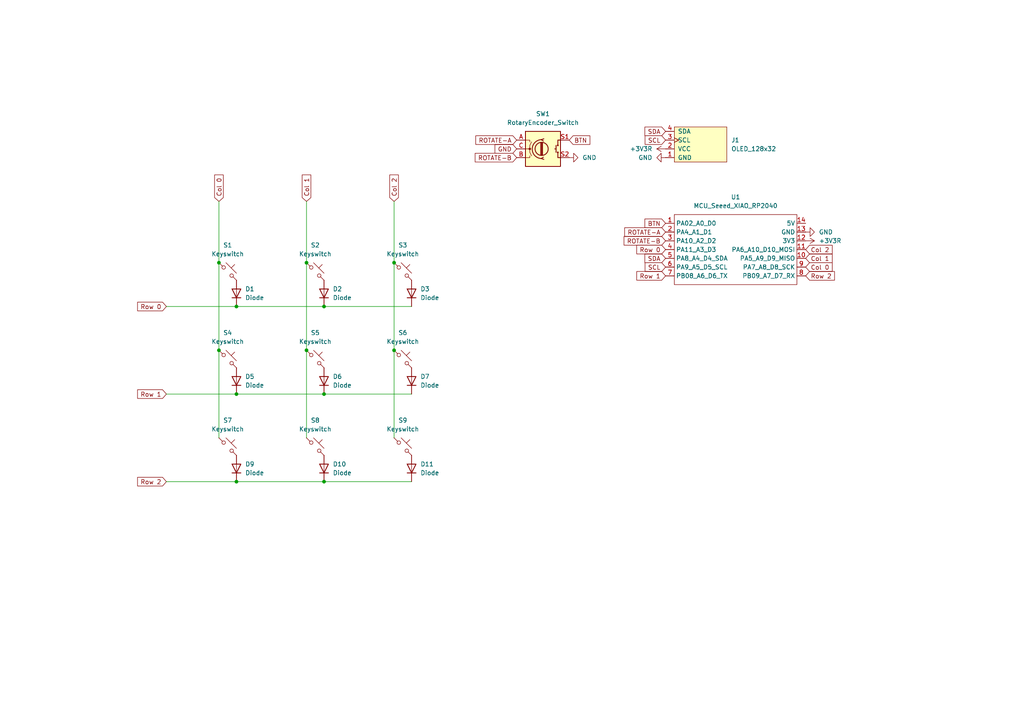
<source format=kicad_sch>
(kicad_sch (version 20231120) (generator "eeschema") (generator_version "8.0")
  (paper "A4")
  (lib_symbols
    (symbol "Device:RotaryEncoder_Switch" (pin_names (offset 0.254) hide)
      (property "Reference" "SW" (at 0 6.604 0))
      (property "Value" "RotaryEncoder_Switch" (at 0 -6.604 0))
      (symbol "RotaryEncoder_Switch_0_1"
        (rectangle (start -5.08 5.08) (end 5.08 -5.08) (stroke (width 0.254)) (fill (type background)))
        (circle (center -3.81 0) (radius 0.254) (fill (type outline)))
        (circle (center -0.381 0) (radius 1.905) (stroke (width 0.254)))
        (arc (start -0.381 2.667) (mid -3.0988 -0.0635) (end -0.381 -2.794) (stroke (width 0.254)))
        (polyline (pts (xy -0.635 -1.778) (xy -0.635 1.778)) (stroke (width 0.254)))
        (polyline (pts (xy -0.381 -1.778) (xy -0.381 1.778)) (stroke (width 0.254)))
        (polyline (pts (xy -0.127 1.778) (xy -0.127 -1.778)) (stroke (width 0.254)))
        (polyline (pts (xy 3.81 0) (xy 3.429 0)) (stroke (width 0.254)))
        (polyline (pts (xy 3.81 1.016) (xy 3.81 -1.016)) (stroke (width 0.254)))
        (polyline (pts (xy -5.08 -2.54) (xy -3.81 -2.54) (xy -3.81 -2.032)))
        (polyline (pts (xy -5.08 2.54) (xy -3.81 2.54) (xy -3.81 2.032)))
        (polyline (pts (xy 0.254 -3.048) (xy -0.508 -2.794) (xy 0.127 -2.413)) (stroke (width 0.254)))
        (polyline (pts (xy 0.254 2.921) (xy -0.508 2.667) (xy 0.127 2.286)) (stroke (width 0.254)))
        (polyline (pts (xy 5.08 -2.54) (xy 4.318 -2.54) (xy 4.318 -1.016)) (stroke (width 0.254)))
        (polyline (pts (xy 5.08 2.54) (xy 4.318 2.54) (xy 4.318 1.016)) (stroke (width 0.254)))
        (polyline (pts (xy -5.08 0) (xy -3.81 0) (xy -3.81 -1.016) (xy -3.302 -2.032)))
        (polyline (pts (xy -4.318 0) (xy -3.81 0) (xy -3.81 1.016) (xy -3.302 2.032)))
        (circle (center 4.318 -1.016) (radius 0.127) (stroke (width 0.254)))
        (circle (center 4.318 1.016) (radius 0.127) (stroke (width 0.254)))
      )
      (symbol "RotaryEncoder_Switch_1_1"
        (pin passive line (at -7.62 2.54 0) (length 2.54) (name "A") (number "A"))
        (pin passive line (at -7.62 -2.54 0) (length 2.54) (name "B") (number "B"))
        (pin passive line (at -7.62 0 0) (length 2.54) (name "C") (number "C"))
        (pin passive line (at 7.62 2.54 180) (length 2.54) (name "S1") (number "S1"))
        (pin passive line (at 7.62 -2.54 180) (length 2.54) (name "S2") (number "S2"))
      )
    )
    (symbol "ScottoKeebs:MCU_Seeed_XIAO_RP2040"
      (property "Reference" "U" (at -16.51 11.43 0))
      (property "Value" "MCU_Seeed_XIAO_RP2040" (at -3.81 -11.43 0))
      (symbol "MCU_Seeed_XIAO_RP2040_0_1"
        (rectangle (start -16.51 10.16) (end 19.05 -10.16))
      )
      (symbol "MCU_Seeed_XIAO_RP2040_1_1"
        (pin passive line (at -19.05 7.62 0) (length 2.54) (name "PA02_A0_D0") (number "1"))
        (pin passive line (at 21.59 -2.54 180) (length 2.54) (name "PA5_A9_D9_MISO") (number "10"))
        (pin passive line (at 21.59 0 180) (length 2.54) (name "PA6_A10_D10_MOSI") (number "11"))
        (pin passive line (at 21.59 2.54 180) (length 2.54) (name "3V3") (number "12"))
        (pin passive line (at 21.59 5.08 180) (length 2.54) (name "GND") (number "13"))
        (pin passive line (at 21.59 7.62 180) (length 2.54) (name "5V") (number "14"))
        (pin passive line (at -19.05 5.08 0) (length 2.54) (name "PA4_A1_D1") (number "2"))
        (pin passive line (at -19.05 2.54 0) (length 2.54) (name "PA10_A2_D2") (number "3"))
        (pin passive line (at -19.05 0 0) (length 2.54) (name "PA11_A3_D3") (number "4"))
        (pin passive line (at -19.05 -2.54 0) (length 2.54) (name "PA8_A4_D4_SDA") (number "5"))
        (pin passive line (at -19.05 -5.08 0) (length 2.54) (name "PA9_A5_D5_SCL") (number "6"))
        (pin passive line (at -19.05 -7.62 0) (length 2.54) (name "PB08_A6_D6_TX") (number "7"))
        (pin passive line (at 21.59 -7.62 180) (length 2.54) (name "PB09_A7_D7_RX") (number "8"))
        (pin passive line (at 21.59 -5.08 180) (length 2.54) (name "PA7_A8_D8_SCK") (number "9"))
      )
    )
    (symbol "ScottoKeebs:OLED_128x32" (pin_names (offset 1.016))
      (property "Reference" "J" (at 0 -6.35 0))
      (property "Value" "OLED_128x32" (at 0 6.35 0))
      (symbol "OLED_128x32_0_1"
        (rectangle (start 0 5.08) (end 15.24 -5.08) (fill (type background)))
      )
      (symbol "OLED_128x32_1_1"
        (pin power_in line (at -2.54 -3.81 0) (length 2.54) (name "GND") (number "1"))
        (pin power_in line (at -2.54 -1.27 0) (length 2.54) (name "VCC") (number "2"))
        (pin input clock (at -2.54 1.27 0) (length 2.54) (name "SCL") (number "3"))
        (pin bidirectional line (at -2.54 3.81 0) (length 2.54) (name "SDA") (number "4"))
      )
    )
    (symbol "ScottoKeebs:Placeholder_Diode" (pin_numbers hide) (pin_names hide)
      (property "Reference" "D" (at 0 2.54 0))
      (property "Value" "Diode" (at 0 -2.54 0))
      (symbol "Placeholder_Diode_0_1"
        (polyline (pts (xy -1.27 1.27) (xy -1.27 -1.27)) (stroke (width 0.254)))
        (polyline (pts (xy 1.27 0) (xy -1.27 0)))
        (polyline (pts (xy 1.27 1.27) (xy 1.27 -1.27) (xy -1.27 0) (xy 1.27 1.27)) (stroke (width 0.254)))
      )
      (symbol "Placeholder_Diode_1_1"
        (pin passive line (at -3.81 0 0) (length 2.54) (name "K") (number "1"))
        (pin passive line (at 3.81 0 180) (length 2.54) (name "A") (number "2"))
      )
    )
    (symbol "ScottoKeebs:Placeholder_Keyswitch" (pin_numbers hide) (pin_names (offset 1.016) hide)
      (property "Reference" "S" (at 3.048 1.016 0))
      (property "Value" "Keyswitch" (at 0 -3.81 0))
      (symbol "Placeholder_Keyswitch_0_1"
        (circle (center -1.1684 1.1684) (radius 0.508))
        (polyline (pts (xy -0.508 2.54) (xy 2.54 -0.508)))
        (polyline (pts (xy 1.016 1.016) (xy 2.032 2.032)))
        (polyline (pts (xy -2.54 2.54) (xy -1.524 1.524) (xy -1.524 1.524)))
        (polyline (pts (xy 1.524 -1.524) (xy 2.54 -2.54) (xy 2.54 -2.54) (xy 2.54 -2.54)))
        (circle (center 1.143 -1.1938) (radius 0.508))
        (pin passive line (at -2.54 2.54 0) (length 0) (name "1") (number "1"))
        (pin passive line (at 2.54 -2.54 180) (length 0) (name "2") (number "2"))
      )
    )
    (symbol "kbd:+3V3R" (power) (pin_names (offset 0))
      (property "Value" "+3V3R" (at 0 3.556 0))
      (symbol "+3V3R_0_1"
        (polyline (pts (xy -0.762 1.27) (xy 0 2.54)))
        (polyline (pts (xy 0 0) (xy 0 2.54)))
        (polyline (pts (xy 0 2.54) (xy 0.762 1.27)))
      )
      (symbol "+3V3R_1_1"
        (pin power_in line (at 0 0 90) (length 0) hide (name "+3V3R") (number "1"))
      )
    )
    (symbol "power:GND" (power) (pin_numbers hide) (pin_names (offset 0) hide)
      (property "Value" "GND" (at 0 -3.81 0))
      (symbol "GND_0_1"
        (polyline (pts (xy 0 0) (xy 0 -1.27) (xy 1.27 -1.27) (xy 0 -2.54) (xy -1.27 -1.27) (xy 0 -1.27)))
      )
      (symbol "GND_1_1"
        (pin power_in line (at 0 0 270) (length 0) (name "~") (number "1"))
      )
    )
  )
  (junction (at 114.3 101.6))
  (junction (at 93.98 139.7))
  (junction (at 93.98 114.3))
  (junction (at 114.3 76.2))
  (junction (at 88.9 76.2))
  (junction (at 63.5 101.6))
  (junction (at 68.58 114.3))
  (junction (at 88.9 101.6))
  (junction (at 63.5 76.2))
  (junction (at 93.98 88.9))
  (junction (at 68.58 88.9))
  (junction (at 68.58 139.7))
  (wire (pts (xy 68.58 88.9) (xy 93.98 88.9)))
  (wire (pts (xy 48.26 88.9) (xy 68.58 88.9)))
  (wire (pts (xy 63.5 58.42) (xy 63.5 76.2)))
  (wire (pts (xy 63.5 101.6) (xy 63.5 127)))
  (wire (pts (xy 63.5 76.2) (xy 63.5 101.6)))
  (wire (pts (xy 88.9 76.2) (xy 88.9 101.6)))
  (wire (pts (xy 88.9 58.42) (xy 88.9 76.2)))
  (wire (pts (xy 68.58 114.3) (xy 93.98 114.3)))
  (wire (pts (xy 93.98 139.7) (xy 119.38 139.7)))
  (wire (pts (xy 114.3 58.42) (xy 114.3 76.2)))
  (wire (pts (xy 68.58 139.7) (xy 93.98 139.7)))
  (wire (pts (xy 114.3 101.6) (xy 114.3 127)))
  (wire (pts (xy 93.98 88.9) (xy 119.38 88.9)))
  (wire (pts (xy 48.26 139.7) (xy 68.58 139.7)))
  (wire (pts (xy 48.26 114.3) (xy 68.58 114.3)))
  (wire (pts (xy 88.9 101.6) (xy 88.9 127)))
  (wire (pts (xy 93.98 114.3) (xy 119.38 114.3)))
  (wire (pts (xy 114.3 76.2) (xy 114.3 101.6)))
  (global_label "SCL" (shape input) (at 193.04 40.64 180) (property "Intersheetrefs" "${INTERSHEET_REFS}" (effects (hide yes))))
  (global_label "Row 2" (shape input) (at 48.26 139.7 180) (property "Intersheetrefs" "${INTERSHEET_REFS}" (effects (hide yes))))
  (global_label "ROTATE-A" (shape input) (at 149.86 40.64 180) (property "Intersheetrefs" "${INTERSHEET_REFS}" (effects (hide yes))))
  (global_label "SDA" (shape input) (at 193.04 38.1 180) (property "Intersheetrefs" "${INTERSHEET_REFS}" (effects (hide yes))))
  (global_label "Row 1" (shape input) (at 48.26 114.3 180) (property "Intersheetrefs" "${INTERSHEET_REFS}" (effects (hide yes))))
  (global_label "ROTATE-A" (shape input) (at 193.04 67.31 180) (property "Intersheetrefs" "${INTERSHEET_REFS}" (effects (hide yes))))
  (global_label "Row 2" (shape input) (at 233.68 80.01 0) (property "Intersheetrefs" "${INTERSHEET_REFS}" (effects (hide yes))))
  (global_label "GND" (shape input) (at 149.86 43.18 180) (property "Intersheetrefs" "${INTERSHEET_REFS}" (effects (hide yes))))
  (global_label "BTN" (shape input) (at 165.1 40.64 0) (property "Intersheetrefs" "${INTERSHEET_REFS}" (effects (hide yes))))
  (global_label "ROTATE-B" (shape input) (at 149.86 45.72 180) (property "Intersheetrefs" "${INTERSHEET_REFS}" (effects (hide yes))))
  (global_label "Col 2" (shape input) (at 114.3 58.42 90) (property "Intersheetrefs" "${INTERSHEET_REFS}" (effects (hide yes))))
  (global_label "BTN" (shape input) (at 193.04 64.77 180) (property "Intersheetrefs" "${INTERSHEET_REFS}" (effects (hide yes))))
  (global_label "Col 1" (shape input) (at 233.68 74.93 0) (property "Intersheetrefs" "${INTERSHEET_REFS}" (effects (hide yes))))
  (global_label "Row 1" (shape input) (at 193.04 80.01 180) (property "Intersheetrefs" "${INTERSHEET_REFS}" (effects (hide yes))))
  (global_label "Row 0" (shape input) (at 48.26 88.9 180) (property "Intersheetrefs" "${INTERSHEET_REFS}" (effects (hide yes))))
  (global_label "Col 0" (shape input) (at 63.5 58.42 90) (property "Intersheetrefs" "${INTERSHEET_REFS}" (effects (hide yes))))
  (global_label "Col 2" (shape input) (at 233.68 72.39 0) (property "Intersheetrefs" "${INTERSHEET_REFS}" (effects (hide yes))))
  (global_label "Row 0" (shape input) (at 193.04 72.39 180) (property "Intersheetrefs" "${INTERSHEET_REFS}" (effects (hide yes))))
  (global_label "Col 1" (shape input) (at 88.9 58.42 90) (property "Intersheetrefs" "${INTERSHEET_REFS}" (effects (hide yes))))
  (global_label "Col 0" (shape input) (at 233.68 77.47 0) (property "Intersheetrefs" "${INTERSHEET_REFS}" (effects (hide yes))))
  (global_label "ROTATE-B" (shape input) (at 193.04 69.85 180) (property "Intersheetrefs" "${INTERSHEET_REFS}" (effects (hide yes))))
  (global_label "SCL" (shape input) (at 193.04 77.47 180) (property "Intersheetrefs" "${INTERSHEET_REFS}" (effects (hide yes))))
  (global_label "SDA" (shape input) (at 193.04 74.93 180) (property "Intersheetrefs" "${INTERSHEET_REFS}" (effects (hide yes))))
  (symbol (lib_id "ScottoKeebs:Placeholder_Diode") (at 93.98 135.89 90) (unit 1)
    (property "Reference" "D10" (at 96.52 134.6199 90) (effects (justify right)))
    (property "Value" "Diode" (at 96.52 137.1599 90) (effects (justify right)))
    (property "Footprint" "ScottoKeebs_Components:Diode_DO-35" (effects (hide yes)))
    (property "Description" "1N4148 (DO-35) or 1N4148W (SOD-123)" (effects (hide yes)))
    (property "Sim.Device" "D" (effects (hide yes)))
    (property "Sim.Pins" "1=K 2=A" (effects (hide yes)))
  )
  (symbol (lib_id "ScottoKeebs:Placeholder_Diode") (at 68.58 85.09 90) (unit 1)
    (property "Reference" "D1" (at 71.12 83.8199 90) (effects (justify right)))
    (property "Value" "Diode" (at 71.12 86.3599 90) (effects (justify right)))
    (property "Footprint" "ScottoKeebs_Components:Diode_DO-35" (effects (hide yes)))
    (property "Description" "1N4148 (DO-35) or 1N4148W (SOD-123)" (effects (hide yes)))
    (property "Sim.Device" "D" (effects (hide yes)))
    (property "Sim.Pins" "1=K 2=A" (effects (hide yes)))
  )
  (symbol (lib_id "power:GND") (at 233.68 67.31 90) (unit 1)
    (property "Reference" "#PWR05" (effects (hide yes)))
    (property "Value" "GND" (at 237.49 67.3099 90) (effects (justify right)))
    (property "Description" "Power symbol creates a global label with name \"GND\" , ground" (effects (hide yes)))
  )
  (symbol (lib_id "ScottoKeebs:Placeholder_Keyswitch") (at 116.84 78.74 0) (unit 1)
    (property "Reference" "S3" (at 116.84 71.12 0))
    (property "Value" "Keyswitch" (at 116.84 73.66 0))
    (property "Footprint" "ScottoKeebs_MX:MX_PCB_1.00u" (effects (hide yes)))
    (property "Description" "Push button switch, normally open, two pins, 45° tilted" (effects (hide yes)))
  )
  (symbol (lib_id "ScottoKeebs:Placeholder_Diode") (at 93.98 85.09 90) (unit 1)
    (property "Reference" "D2" (at 96.52 83.8199 90) (effects (justify right)))
    (property "Value" "Diode" (at 96.52 86.3599 90) (effects (justify right)))
    (property "Footprint" "ScottoKeebs_Components:Diode_DO-35" (effects (hide yes)))
    (property "Description" "1N4148 (DO-35) or 1N4148W (SOD-123)" (effects (hide yes)))
    (property "Sim.Device" "D" (effects (hide yes)))
    (property "Sim.Pins" "1=K 2=A" (effects (hide yes)))
  )
  (symbol (lib_id "ScottoKeebs:Placeholder_Keyswitch") (at 91.44 78.74 0) (unit 1)
    (property "Reference" "S2" (at 91.44 71.12 0))
    (property "Value" "Keyswitch" (at 91.44 73.66 0))
    (property "Footprint" "ScottoKeebs_MX:MX_PCB_1.00u" (effects (hide yes)))
    (property "Description" "Push button switch, normally open, two pins, 45° tilted" (effects (hide yes)))
  )
  (symbol (lib_id "ScottoKeebs:Placeholder_Diode") (at 68.58 110.49 90) (unit 1)
    (property "Reference" "D5" (at 71.12 109.2199 90) (effects (justify right)))
    (property "Value" "Diode" (at 71.12 111.7599 90) (effects (justify right)))
    (property "Footprint" "ScottoKeebs_Components:Diode_DO-35" (effects (hide yes)))
    (property "Description" "1N4148 (DO-35) or 1N4148W (SOD-123)" (effects (hide yes)))
    (property "Sim.Device" "D" (effects (hide yes)))
    (property "Sim.Pins" "1=K 2=A" (effects (hide yes)))
  )
  (symbol (lib_id "Device:RotaryEncoder_Switch") (at 157.48 43.18 0) (unit 1)
    (property "Reference" "SW1" (at 157.48 33.02 0))
    (property "Value" "RotaryEncoder_Switch" (at 157.48 35.56 0))
    (property "Footprint" "ScottoKeebs_Scotto:Encoder_EC11_MX" (effects (hide yes)))
    (property "Description" "Rotary encoder, dual channel, incremental quadrate outputs, with switch" (effects (hide yes)))
  )
  (symbol (lib_id "ScottoKeebs:OLED_128x32") (at 195.58 41.91 0) (unit 1)
    (property "Reference" "J1" (at 212.09 40.6399 0) (effects (justify left)))
    (property "Value" "OLED_128x32" (at 212.09 43.1799 0) (effects (justify left)))
    (property "Footprint" "ScottoKeebs_Components:OLED_128x32" (effects (hide yes)))
  )
  (symbol (lib_id "ScottoKeebs:Placeholder_Diode") (at 119.38 85.09 90) (unit 1)
    (property "Reference" "D3" (at 121.92 83.8199 90) (effects (justify right)))
    (property "Value" "Diode" (at 121.92 86.3599 90) (effects (justify right)))
    (property "Footprint" "ScottoKeebs_Components:Diode_DO-35" (effects (hide yes)))
    (property "Description" "1N4148 (DO-35) or 1N4148W (SOD-123)" (effects (hide yes)))
    (property "Sim.Device" "D" (effects (hide yes)))
    (property "Sim.Pins" "1=K 2=A" (effects (hide yes)))
  )
  (symbol (lib_id "ScottoKeebs:MCU_Seeed_XIAO_RP2040") (at 212.09 72.39 0) (unit 1)
    (property "Reference" "U1" (at 213.36 57.15 0))
    (property "Value" "MCU_Seeed_XIAO_RP2040" (at 213.36 59.69 0))
    (property "Footprint" "ScottoKeebs_MCU:Seeed_XIAO_RP2040" (effects (hide yes)))
  )
  (symbol (lib_id "ScottoKeebs:Placeholder_Diode") (at 93.98 110.49 90) (unit 1)
    (property "Reference" "D6" (at 96.52 109.2199 90) (effects (justify right)))
    (property "Value" "Diode" (at 96.52 111.7599 90) (effects (justify right)))
    (property "Footprint" "ScottoKeebs_Components:Diode_DO-35" (effects (hide yes)))
    (property "Description" "1N4148 (DO-35) or 1N4148W (SOD-123)" (effects (hide yes)))
    (property "Sim.Device" "D" (effects (hide yes)))
    (property "Sim.Pins" "1=K 2=A" (effects (hide yes)))
  )
  (symbol (lib_id "ScottoKeebs:Placeholder_Keyswitch") (at 66.04 104.14 0) (unit 1)
    (property "Reference" "S4" (at 66.04 96.52 0))
    (property "Value" "Keyswitch" (at 66.04 99.06 0))
    (property "Footprint" "ScottoKeebs_MX:MX_PCB_1.00u" (effects (hide yes)))
    (property "Description" "Push button switch, normally open, two pins, 45° tilted" (effects (hide yes)))
  )
  (symbol (lib_id "ScottoKeebs:Placeholder_Diode") (at 119.38 135.89 90) (unit 1)
    (property "Reference" "D11" (at 121.92 134.6199 90) (effects (justify right)))
    (property "Value" "Diode" (at 121.92 137.1599 90) (effects (justify right)))
    (property "Footprint" "ScottoKeebs_Components:Diode_DO-35" (effects (hide yes)))
    (property "Description" "1N4148 (DO-35) or 1N4148W (SOD-123)" (effects (hide yes)))
    (property "Sim.Device" "D" (effects (hide yes)))
    (property "Sim.Pins" "1=K 2=A" (effects (hide yes)))
  )
  (symbol (lib_id "ScottoKeebs:Placeholder_Keyswitch") (at 91.44 104.14 0) (unit 1)
    (property "Reference" "S5" (at 91.44 96.52 0))
    (property "Value" "Keyswitch" (at 91.44 99.06 0))
    (property "Footprint" "ScottoKeebs_MX:MX_PCB_1.00u" (effects (hide yes)))
    (property "Description" "Push button switch, normally open, two pins, 45° tilted" (effects (hide yes)))
  )
  (symbol (lib_id "kbd:+3V3R") (at 193.04 43.18 90) (unit 1)
    (property "Reference" "#PWR03" (effects (hide yes)))
    (property "Value" "+3V3R" (at 189.23 43.1799 90) (effects (justify left)))
    (property "Description" "Power symbol creates a global label with name \"+3V3\"" (effects (hide yes)))
  )
  (symbol (lib_id "ScottoKeebs:Placeholder_Keyswitch") (at 66.04 129.54 0) (unit 1)
    (property "Reference" "S7" (at 66.04 121.92 0))
    (property "Value" "Keyswitch" (at 66.04 124.46 0))
    (property "Footprint" "ScottoKeebs_MX:MX_PCB_1.00u" (effects (hide yes)))
    (property "Description" "Push button switch, normally open, two pins, 45° tilted" (effects (hide yes)))
  )
  (symbol (lib_id "ScottoKeebs:Placeholder_Keyswitch") (at 66.04 78.74 0) (unit 1)
    (property "Reference" "S1" (at 66.04 71.12 0))
    (property "Value" "Keyswitch" (at 66.04 73.66 0))
    (property "Footprint" "ScottoKeebs_MX:MX_PCB_1.00u" (effects (hide yes)))
    (property "Description" "Push button switch, normally open, two pins, 45° tilted" (effects (hide yes)))
  )
  (symbol (lib_id "ScottoKeebs:Placeholder_Diode") (at 119.38 110.49 90) (unit 1)
    (property "Reference" "D7" (at 121.92 109.2199 90) (effects (justify right)))
    (property "Value" "Diode" (at 121.92 111.7599 90) (effects (justify right)))
    (property "Footprint" "ScottoKeebs_Components:Diode_DO-35" (effects (hide yes)))
    (property "Description" "1N4148 (DO-35) or 1N4148W (SOD-123)" (effects (hide yes)))
    (property "Sim.Device" "D" (effects (hide yes)))
    (property "Sim.Pins" "1=K 2=A" (effects (hide yes)))
  )
  (symbol (lib_id "ScottoKeebs:Placeholder_Keyswitch") (at 116.84 129.54 0) (unit 1)
    (property "Reference" "S9" (at 116.84 121.92 0))
    (property "Value" "Keyswitch" (at 116.84 124.46 0))
    (property "Footprint" "ScottoKeebs_MX:MX_PCB_1.00u" (effects (hide yes)))
    (property "Description" "Push button switch, normally open, two pins, 45° tilted" (effects (hide yes)))
  )
  (symbol (lib_id "ScottoKeebs:Placeholder_Keyswitch") (at 116.84 104.14 0) (unit 1)
    (property "Reference" "S6" (at 116.84 96.52 0))
    (property "Value" "Keyswitch" (at 116.84 99.06 0))
    (property "Footprint" "ScottoKeebs_MX:MX_PCB_1.00u" (effects (hide yes)))
    (property "Description" "Push button switch, normally open, two pins, 45° tilted" (effects (hide yes)))
  )
  (symbol (lib_id "kbd:+3V3R") (at 233.68 69.85 270) (unit 1)
    (property "Reference" "#PWR04" (effects (hide yes)))
    (property "Value" "+3V3R" (at 237.49 69.8499 90) (effects (justify left)))
    (property "Description" "Power symbol creates a global label with name \"+3V3\"" (effects (hide yes)))
  )
  (symbol (lib_id "power:GND") (at 193.04 45.72 270) (unit 1)
    (property "Reference" "#PWR02" (effects (hide yes)))
    (property "Value" "GND" (at 189.23 45.7199 90) (effects (justify right)))
    (property "Description" "Power symbol creates a global label with name \"GND\" , ground" (effects (hide yes)))
  )
  (symbol (lib_id "ScottoKeebs:Placeholder_Keyswitch") (at 91.44 129.54 0) (unit 1)
    (property "Reference" "S8" (at 91.44 121.92 0))
    (property "Value" "Keyswitch" (at 91.44 124.46 0))
    (property "Footprint" "ScottoKeebs_MX:MX_PCB_1.00u" (effects (hide yes)))
    (property "Description" "Push button switch, normally open, two pins, 45° tilted" (effects (hide yes)))
  )
  (symbol (lib_id "power:GND") (at 165.1 45.72 90) (unit 1)
    (property "Reference" "#PWR01" (effects (hide yes)))
    (property "Value" "GND" (at 168.91 45.7199 90) (effects (justify right)))
    (property "Description" "Power symbol creates a global label with name \"GND\" , ground" (effects (hide yes)))
  )
  (symbol (lib_id "ScottoKeebs:Placeholder_Diode") (at 68.58 135.89 90) (unit 1)
    (property "Reference" "D9" (at 71.12 134.6199 90) (effects (justify right)))
    (property "Value" "Diode" (at 71.12 137.1599 90) (effects (justify right)))
    (property "Footprint" "ScottoKeebs_Components:Diode_DO-35" (effects (hide yes)))
    (property "Description" "1N4148 (DO-35) or 1N4148W (SOD-123)" (effects (hide yes)))
    (property "Sim.Device" "D" (effects (hide yes)))
    (property "Sim.Pins" "1=K 2=A" (effects (hide yes)))
  )
)
</source>
